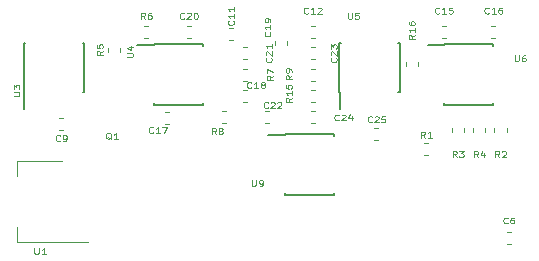
<source format=gto>
G04 #@! TF.GenerationSoftware,KiCad,Pcbnew,(5.0.0-rc2-178-g3c7b91b96)*
G04 #@! TF.CreationDate,2018-10-30T10:49:57+01:00*
G04 #@! TF.ProjectId,pcb4,706362342E6B696361645F7063620000,1*
G04 #@! TF.SameCoordinates,Original*
G04 #@! TF.FileFunction,Legend,Top*
G04 #@! TF.FilePolarity,Positive*
%FSLAX46Y46*%
G04 Gerber Fmt 4.6, Leading zero omitted, Abs format (unit mm)*
G04 Created by KiCad (PCBNEW (5.0.0-rc2-178-g3c7b91b96)) date 10/30/18 10:49:57*
%MOMM*%
%LPD*%
G01*
G04 APERTURE LIST*
%ADD10C,0.120000*%
%ADD11C,0.150000*%
%ADD12C,0.125000*%
G04 APERTURE END LIST*
D10*
G04 #@! TO.C,C25*
X96258733Y-92090000D02*
X96601267Y-92090000D01*
X96258733Y-91070000D02*
X96601267Y-91070000D01*
D11*
G04 #@! TO.C,U9*
X88655000Y-91655000D02*
X87255000Y-91655000D01*
X88655000Y-96755000D02*
X92805000Y-96755000D01*
X88655000Y-91605000D02*
X92805000Y-91605000D01*
X88655000Y-96755000D02*
X88655000Y-96610000D01*
X92805000Y-96755000D02*
X92805000Y-96610000D01*
X92805000Y-91605000D02*
X92805000Y-91750000D01*
X88655000Y-91605000D02*
X88655000Y-91655000D01*
D10*
G04 #@! TO.C,C12*
X91201267Y-82470000D02*
X90858733Y-82470000D01*
X91201267Y-83490000D02*
X90858733Y-83490000D01*
G04 #@! TO.C,C24*
X91201267Y-89670000D02*
X90858733Y-89670000D01*
X91201267Y-90690000D02*
X90858733Y-90690000D01*
G04 #@! TO.C,C23*
X91201267Y-84270000D02*
X90858733Y-84270000D01*
X91201267Y-85290000D02*
X90858733Y-85290000D01*
G04 #@! TO.C,C22*
X87301267Y-90690000D02*
X86958733Y-90690000D01*
X87301267Y-89670000D02*
X86958733Y-89670000D01*
G04 #@! TO.C,C21*
X85158733Y-85290000D02*
X85501267Y-85290000D01*
X85158733Y-84270000D02*
X85501267Y-84270000D01*
G04 #@! TO.C,C20*
X80701267Y-83490000D02*
X80358733Y-83490000D01*
X80701267Y-82470000D02*
X80358733Y-82470000D01*
G04 #@! TO.C,C19*
X88840000Y-84051267D02*
X88840000Y-83708733D01*
X87820000Y-84051267D02*
X87820000Y-83708733D01*
G04 #@! TO.C,C18*
X85501267Y-88890000D02*
X85158733Y-88890000D01*
X85501267Y-87870000D02*
X85158733Y-87870000D01*
G04 #@! TO.C,C17*
X78488733Y-90742000D02*
X78831267Y-90742000D01*
X78488733Y-89722000D02*
X78831267Y-89722000D01*
G04 #@! TO.C,C16*
X106158733Y-82470000D02*
X106501267Y-82470000D01*
X106158733Y-83490000D02*
X106501267Y-83490000D01*
G04 #@! TO.C,C11*
X83958733Y-82620000D02*
X84301267Y-82620000D01*
X83958733Y-83640000D02*
X84301267Y-83640000D01*
G04 #@! TO.C,C9*
X69901267Y-91290000D02*
X69558733Y-91290000D01*
X69901267Y-90270000D02*
X69558733Y-90270000D01*
G04 #@! TO.C,C6*
X107458733Y-100890000D02*
X107801267Y-100890000D01*
X107458733Y-99870000D02*
X107801267Y-99870000D01*
G04 #@! TO.C,C15*
X101958733Y-82470000D02*
X102301267Y-82470000D01*
X101958733Y-83490000D02*
X102301267Y-83490000D01*
D11*
G04 #@! TO.C,U6*
X102155000Y-84055000D02*
X100755000Y-84055000D01*
X102155000Y-89155000D02*
X106305000Y-89155000D01*
X102155000Y-84005000D02*
X106305000Y-84005000D01*
X102155000Y-89155000D02*
X102155000Y-89010000D01*
X106305000Y-89155000D02*
X106305000Y-89010000D01*
X106305000Y-84005000D02*
X106305000Y-84150000D01*
X102155000Y-84005000D02*
X102155000Y-84055000D01*
G04 #@! TO.C,U5*
X93255000Y-88055000D02*
X93305000Y-88055000D01*
X93255000Y-83905000D02*
X93400000Y-83905000D01*
X98405000Y-83905000D02*
X98260000Y-83905000D01*
X98405000Y-88055000D02*
X98260000Y-88055000D01*
X93255000Y-88055000D02*
X93255000Y-83905000D01*
X98405000Y-88055000D02*
X98405000Y-83905000D01*
X93305000Y-88055000D02*
X93305000Y-89455000D01*
G04 #@! TO.C,U4*
X77555000Y-84055000D02*
X76155000Y-84055000D01*
X77555000Y-89155000D02*
X81705000Y-89155000D01*
X77555000Y-84005000D02*
X81705000Y-84005000D01*
X77555000Y-89155000D02*
X77555000Y-89010000D01*
X81705000Y-89155000D02*
X81705000Y-89010000D01*
X81705000Y-84005000D02*
X81705000Y-84150000D01*
X77555000Y-84005000D02*
X77555000Y-84055000D01*
G04 #@! TO.C,U3*
X66555000Y-88055000D02*
X66605000Y-88055000D01*
X66555000Y-83905000D02*
X66700000Y-83905000D01*
X71705000Y-83905000D02*
X71560000Y-83905000D01*
X71705000Y-88055000D02*
X71560000Y-88055000D01*
X66555000Y-88055000D02*
X66555000Y-83905000D01*
X71705000Y-88055000D02*
X71705000Y-83905000D01*
X66605000Y-88055000D02*
X66605000Y-89455000D01*
D10*
G04 #@! TO.C,U1*
X66020000Y-93934000D02*
X66020000Y-95194000D01*
X66020000Y-100754000D02*
X66020000Y-99494000D01*
X69780000Y-93934000D02*
X66020000Y-93934000D01*
X72030000Y-100754000D02*
X66020000Y-100754000D01*
G04 #@! TO.C,R7*
X85158733Y-87090000D02*
X85501267Y-87090000D01*
X85158733Y-86070000D02*
X85501267Y-86070000D01*
G04 #@! TO.C,R16*
X98920000Y-85851267D02*
X98920000Y-85508733D01*
X99940000Y-85851267D02*
X99940000Y-85508733D01*
G04 #@! TO.C,R9*
X91201267Y-87090000D02*
X90858733Y-87090000D01*
X91201267Y-86070000D02*
X90858733Y-86070000D01*
G04 #@! TO.C,R1*
X100458733Y-93390000D02*
X100801267Y-93390000D01*
X100458733Y-92370000D02*
X100801267Y-92370000D01*
G04 #@! TO.C,R2*
X107440000Y-91058733D02*
X107440000Y-91401267D01*
X106420000Y-91058733D02*
X106420000Y-91401267D01*
G04 #@! TO.C,R3*
X102820000Y-91058733D02*
X102820000Y-91401267D01*
X103840000Y-91058733D02*
X103840000Y-91401267D01*
G04 #@! TO.C,R4*
X105640000Y-91058733D02*
X105640000Y-91401267D01*
X104620000Y-91058733D02*
X104620000Y-91401267D01*
G04 #@! TO.C,R5*
X74740000Y-84651267D02*
X74740000Y-84308733D01*
X73720000Y-84651267D02*
X73720000Y-84308733D01*
G04 #@! TO.C,R8*
X83723267Y-89670000D02*
X83380733Y-89670000D01*
X83723267Y-90690000D02*
X83380733Y-90690000D01*
G04 #@! TO.C,R15*
X91201267Y-88890000D02*
X90858733Y-88890000D01*
X91201267Y-87870000D02*
X90858733Y-87870000D01*
G04 #@! TO.C,R6*
X77101267Y-83490000D02*
X76758733Y-83490000D01*
X77101267Y-82470000D02*
X76758733Y-82470000D01*
G04 #@! TO.C,C25*
D12*
X96044285Y-90558571D02*
X96015714Y-90582380D01*
X95930000Y-90606190D01*
X95872857Y-90606190D01*
X95787142Y-90582380D01*
X95730000Y-90534761D01*
X95701428Y-90487142D01*
X95672857Y-90391904D01*
X95672857Y-90320476D01*
X95701428Y-90225238D01*
X95730000Y-90177619D01*
X95787142Y-90130000D01*
X95872857Y-90106190D01*
X95930000Y-90106190D01*
X96015714Y-90130000D01*
X96044285Y-90153809D01*
X96272857Y-90153809D02*
X96301428Y-90130000D01*
X96358571Y-90106190D01*
X96501428Y-90106190D01*
X96558571Y-90130000D01*
X96587142Y-90153809D01*
X96615714Y-90201428D01*
X96615714Y-90249047D01*
X96587142Y-90320476D01*
X96244285Y-90606190D01*
X96615714Y-90606190D01*
X97158571Y-90106190D02*
X96872857Y-90106190D01*
X96844285Y-90344285D01*
X96872857Y-90320476D01*
X96930000Y-90296666D01*
X97072857Y-90296666D01*
X97130000Y-90320476D01*
X97158571Y-90344285D01*
X97187142Y-90391904D01*
X97187142Y-90510952D01*
X97158571Y-90558571D01*
X97130000Y-90582380D01*
X97072857Y-90606190D01*
X96930000Y-90606190D01*
X96872857Y-90582380D01*
X96844285Y-90558571D01*
G04 #@! TO.C,U9*
X85872857Y-95506190D02*
X85872857Y-95910952D01*
X85901428Y-95958571D01*
X85930000Y-95982380D01*
X85987142Y-96006190D01*
X86101428Y-96006190D01*
X86158571Y-95982380D01*
X86187142Y-95958571D01*
X86215714Y-95910952D01*
X86215714Y-95506190D01*
X86530000Y-96006190D02*
X86644285Y-96006190D01*
X86701428Y-95982380D01*
X86730000Y-95958571D01*
X86787142Y-95887142D01*
X86815714Y-95791904D01*
X86815714Y-95601428D01*
X86787142Y-95553809D01*
X86758571Y-95530000D01*
X86701428Y-95506190D01*
X86587142Y-95506190D01*
X86530000Y-95530000D01*
X86501428Y-95553809D01*
X86472857Y-95601428D01*
X86472857Y-95720476D01*
X86501428Y-95768095D01*
X86530000Y-95791904D01*
X86587142Y-95815714D01*
X86701428Y-95815714D01*
X86758571Y-95791904D01*
X86787142Y-95768095D01*
X86815714Y-95720476D01*
G04 #@! TO.C,C12*
X90644285Y-81358571D02*
X90615714Y-81382380D01*
X90530000Y-81406190D01*
X90472857Y-81406190D01*
X90387142Y-81382380D01*
X90330000Y-81334761D01*
X90301428Y-81287142D01*
X90272857Y-81191904D01*
X90272857Y-81120476D01*
X90301428Y-81025238D01*
X90330000Y-80977619D01*
X90387142Y-80930000D01*
X90472857Y-80906190D01*
X90530000Y-80906190D01*
X90615714Y-80930000D01*
X90644285Y-80953809D01*
X91215714Y-81406190D02*
X90872857Y-81406190D01*
X91044285Y-81406190D02*
X91044285Y-80906190D01*
X90987142Y-80977619D01*
X90930000Y-81025238D01*
X90872857Y-81049047D01*
X91444285Y-80953809D02*
X91472857Y-80930000D01*
X91530000Y-80906190D01*
X91672857Y-80906190D01*
X91730000Y-80930000D01*
X91758571Y-80953809D01*
X91787142Y-81001428D01*
X91787142Y-81049047D01*
X91758571Y-81120476D01*
X91415714Y-81406190D01*
X91787142Y-81406190D01*
G04 #@! TO.C,C24*
X93244285Y-90408571D02*
X93215714Y-90432380D01*
X93130000Y-90456190D01*
X93072857Y-90456190D01*
X92987142Y-90432380D01*
X92930000Y-90384761D01*
X92901428Y-90337142D01*
X92872857Y-90241904D01*
X92872857Y-90170476D01*
X92901428Y-90075238D01*
X92930000Y-90027619D01*
X92987142Y-89980000D01*
X93072857Y-89956190D01*
X93130000Y-89956190D01*
X93215714Y-89980000D01*
X93244285Y-90003809D01*
X93472857Y-90003809D02*
X93501428Y-89980000D01*
X93558571Y-89956190D01*
X93701428Y-89956190D01*
X93758571Y-89980000D01*
X93787142Y-90003809D01*
X93815714Y-90051428D01*
X93815714Y-90099047D01*
X93787142Y-90170476D01*
X93444285Y-90456190D01*
X93815714Y-90456190D01*
X94330000Y-90122857D02*
X94330000Y-90456190D01*
X94187142Y-89932380D02*
X94044285Y-90289523D01*
X94415714Y-90289523D01*
G04 #@! TO.C,C23*
X93008571Y-85165714D02*
X93032380Y-85194285D01*
X93056190Y-85280000D01*
X93056190Y-85337142D01*
X93032380Y-85422857D01*
X92984761Y-85480000D01*
X92937142Y-85508571D01*
X92841904Y-85537142D01*
X92770476Y-85537142D01*
X92675238Y-85508571D01*
X92627619Y-85480000D01*
X92580000Y-85422857D01*
X92556190Y-85337142D01*
X92556190Y-85280000D01*
X92580000Y-85194285D01*
X92603809Y-85165714D01*
X92603809Y-84937142D02*
X92580000Y-84908571D01*
X92556190Y-84851428D01*
X92556190Y-84708571D01*
X92580000Y-84651428D01*
X92603809Y-84622857D01*
X92651428Y-84594285D01*
X92699047Y-84594285D01*
X92770476Y-84622857D01*
X93056190Y-84965714D01*
X93056190Y-84594285D01*
X92556190Y-84394285D02*
X92556190Y-84022857D01*
X92746666Y-84222857D01*
X92746666Y-84137142D01*
X92770476Y-84080000D01*
X92794285Y-84051428D01*
X92841904Y-84022857D01*
X92960952Y-84022857D01*
X93008571Y-84051428D01*
X93032380Y-84080000D01*
X93056190Y-84137142D01*
X93056190Y-84308571D01*
X93032380Y-84365714D01*
X93008571Y-84394285D01*
G04 #@! TO.C,C22*
X87244285Y-89358571D02*
X87215714Y-89382380D01*
X87130000Y-89406190D01*
X87072857Y-89406190D01*
X86987142Y-89382380D01*
X86930000Y-89334761D01*
X86901428Y-89287142D01*
X86872857Y-89191904D01*
X86872857Y-89120476D01*
X86901428Y-89025238D01*
X86930000Y-88977619D01*
X86987142Y-88930000D01*
X87072857Y-88906190D01*
X87130000Y-88906190D01*
X87215714Y-88930000D01*
X87244285Y-88953809D01*
X87472857Y-88953809D02*
X87501428Y-88930000D01*
X87558571Y-88906190D01*
X87701428Y-88906190D01*
X87758571Y-88930000D01*
X87787142Y-88953809D01*
X87815714Y-89001428D01*
X87815714Y-89049047D01*
X87787142Y-89120476D01*
X87444285Y-89406190D01*
X87815714Y-89406190D01*
X88044285Y-88953809D02*
X88072857Y-88930000D01*
X88130000Y-88906190D01*
X88272857Y-88906190D01*
X88330000Y-88930000D01*
X88358571Y-88953809D01*
X88387142Y-89001428D01*
X88387142Y-89049047D01*
X88358571Y-89120476D01*
X88015714Y-89406190D01*
X88387142Y-89406190D01*
G04 #@! TO.C,C21*
X87508571Y-85165714D02*
X87532380Y-85194285D01*
X87556190Y-85280000D01*
X87556190Y-85337142D01*
X87532380Y-85422857D01*
X87484761Y-85480000D01*
X87437142Y-85508571D01*
X87341904Y-85537142D01*
X87270476Y-85537142D01*
X87175238Y-85508571D01*
X87127619Y-85480000D01*
X87080000Y-85422857D01*
X87056190Y-85337142D01*
X87056190Y-85280000D01*
X87080000Y-85194285D01*
X87103809Y-85165714D01*
X87103809Y-84937142D02*
X87080000Y-84908571D01*
X87056190Y-84851428D01*
X87056190Y-84708571D01*
X87080000Y-84651428D01*
X87103809Y-84622857D01*
X87151428Y-84594285D01*
X87199047Y-84594285D01*
X87270476Y-84622857D01*
X87556190Y-84965714D01*
X87556190Y-84594285D01*
X87556190Y-84022857D02*
X87556190Y-84365714D01*
X87556190Y-84194285D02*
X87056190Y-84194285D01*
X87127619Y-84251428D01*
X87175238Y-84308571D01*
X87199047Y-84365714D01*
G04 #@! TO.C,C20*
X80144285Y-81808571D02*
X80115714Y-81832380D01*
X80030000Y-81856190D01*
X79972857Y-81856190D01*
X79887142Y-81832380D01*
X79830000Y-81784761D01*
X79801428Y-81737142D01*
X79772857Y-81641904D01*
X79772857Y-81570476D01*
X79801428Y-81475238D01*
X79830000Y-81427619D01*
X79887142Y-81380000D01*
X79972857Y-81356190D01*
X80030000Y-81356190D01*
X80115714Y-81380000D01*
X80144285Y-81403809D01*
X80372857Y-81403809D02*
X80401428Y-81380000D01*
X80458571Y-81356190D01*
X80601428Y-81356190D01*
X80658571Y-81380000D01*
X80687142Y-81403809D01*
X80715714Y-81451428D01*
X80715714Y-81499047D01*
X80687142Y-81570476D01*
X80344285Y-81856190D01*
X80715714Y-81856190D01*
X81087142Y-81356190D02*
X81144285Y-81356190D01*
X81201428Y-81380000D01*
X81230000Y-81403809D01*
X81258571Y-81451428D01*
X81287142Y-81546666D01*
X81287142Y-81665714D01*
X81258571Y-81760952D01*
X81230000Y-81808571D01*
X81201428Y-81832380D01*
X81144285Y-81856190D01*
X81087142Y-81856190D01*
X81030000Y-81832380D01*
X81001428Y-81808571D01*
X80972857Y-81760952D01*
X80944285Y-81665714D01*
X80944285Y-81546666D01*
X80972857Y-81451428D01*
X81001428Y-81403809D01*
X81030000Y-81380000D01*
X81087142Y-81356190D01*
G04 #@! TO.C,C19*
X87408571Y-82965714D02*
X87432380Y-82994285D01*
X87456190Y-83080000D01*
X87456190Y-83137142D01*
X87432380Y-83222857D01*
X87384761Y-83280000D01*
X87337142Y-83308571D01*
X87241904Y-83337142D01*
X87170476Y-83337142D01*
X87075238Y-83308571D01*
X87027619Y-83280000D01*
X86980000Y-83222857D01*
X86956190Y-83137142D01*
X86956190Y-83080000D01*
X86980000Y-82994285D01*
X87003809Y-82965714D01*
X87456190Y-82394285D02*
X87456190Y-82737142D01*
X87456190Y-82565714D02*
X86956190Y-82565714D01*
X87027619Y-82622857D01*
X87075238Y-82680000D01*
X87099047Y-82737142D01*
X87456190Y-82108571D02*
X87456190Y-81994285D01*
X87432380Y-81937142D01*
X87408571Y-81908571D01*
X87337142Y-81851428D01*
X87241904Y-81822857D01*
X87051428Y-81822857D01*
X87003809Y-81851428D01*
X86980000Y-81880000D01*
X86956190Y-81937142D01*
X86956190Y-82051428D01*
X86980000Y-82108571D01*
X87003809Y-82137142D01*
X87051428Y-82165714D01*
X87170476Y-82165714D01*
X87218095Y-82137142D01*
X87241904Y-82108571D01*
X87265714Y-82051428D01*
X87265714Y-81937142D01*
X87241904Y-81880000D01*
X87218095Y-81851428D01*
X87170476Y-81822857D01*
G04 #@! TO.C,C18*
X85844285Y-87658571D02*
X85815714Y-87682380D01*
X85730000Y-87706190D01*
X85672857Y-87706190D01*
X85587142Y-87682380D01*
X85530000Y-87634761D01*
X85501428Y-87587142D01*
X85472857Y-87491904D01*
X85472857Y-87420476D01*
X85501428Y-87325238D01*
X85530000Y-87277619D01*
X85587142Y-87230000D01*
X85672857Y-87206190D01*
X85730000Y-87206190D01*
X85815714Y-87230000D01*
X85844285Y-87253809D01*
X86415714Y-87706190D02*
X86072857Y-87706190D01*
X86244285Y-87706190D02*
X86244285Y-87206190D01*
X86187142Y-87277619D01*
X86130000Y-87325238D01*
X86072857Y-87349047D01*
X86758571Y-87420476D02*
X86701428Y-87396666D01*
X86672857Y-87372857D01*
X86644285Y-87325238D01*
X86644285Y-87301428D01*
X86672857Y-87253809D01*
X86701428Y-87230000D01*
X86758571Y-87206190D01*
X86872857Y-87206190D01*
X86930000Y-87230000D01*
X86958571Y-87253809D01*
X86987142Y-87301428D01*
X86987142Y-87325238D01*
X86958571Y-87372857D01*
X86930000Y-87396666D01*
X86872857Y-87420476D01*
X86758571Y-87420476D01*
X86701428Y-87444285D01*
X86672857Y-87468095D01*
X86644285Y-87515714D01*
X86644285Y-87610952D01*
X86672857Y-87658571D01*
X86701428Y-87682380D01*
X86758571Y-87706190D01*
X86872857Y-87706190D01*
X86930000Y-87682380D01*
X86958571Y-87658571D01*
X86987142Y-87610952D01*
X86987142Y-87515714D01*
X86958571Y-87468095D01*
X86930000Y-87444285D01*
X86872857Y-87420476D01*
G04 #@! TO.C,C17*
X77524285Y-91460571D02*
X77495714Y-91484380D01*
X77410000Y-91508190D01*
X77352857Y-91508190D01*
X77267142Y-91484380D01*
X77210000Y-91436761D01*
X77181428Y-91389142D01*
X77152857Y-91293904D01*
X77152857Y-91222476D01*
X77181428Y-91127238D01*
X77210000Y-91079619D01*
X77267142Y-91032000D01*
X77352857Y-91008190D01*
X77410000Y-91008190D01*
X77495714Y-91032000D01*
X77524285Y-91055809D01*
X78095714Y-91508190D02*
X77752857Y-91508190D01*
X77924285Y-91508190D02*
X77924285Y-91008190D01*
X77867142Y-91079619D01*
X77810000Y-91127238D01*
X77752857Y-91151047D01*
X78295714Y-91008190D02*
X78695714Y-91008190D01*
X78438571Y-91508190D01*
G04 #@! TO.C,C16*
X105944285Y-81358571D02*
X105915714Y-81382380D01*
X105830000Y-81406190D01*
X105772857Y-81406190D01*
X105687142Y-81382380D01*
X105630000Y-81334761D01*
X105601428Y-81287142D01*
X105572857Y-81191904D01*
X105572857Y-81120476D01*
X105601428Y-81025238D01*
X105630000Y-80977619D01*
X105687142Y-80930000D01*
X105772857Y-80906190D01*
X105830000Y-80906190D01*
X105915714Y-80930000D01*
X105944285Y-80953809D01*
X106515714Y-81406190D02*
X106172857Y-81406190D01*
X106344285Y-81406190D02*
X106344285Y-80906190D01*
X106287142Y-80977619D01*
X106230000Y-81025238D01*
X106172857Y-81049047D01*
X107030000Y-80906190D02*
X106915714Y-80906190D01*
X106858571Y-80930000D01*
X106830000Y-80953809D01*
X106772857Y-81025238D01*
X106744285Y-81120476D01*
X106744285Y-81310952D01*
X106772857Y-81358571D01*
X106801428Y-81382380D01*
X106858571Y-81406190D01*
X106972857Y-81406190D01*
X107030000Y-81382380D01*
X107058571Y-81358571D01*
X107087142Y-81310952D01*
X107087142Y-81191904D01*
X107058571Y-81144285D01*
X107030000Y-81120476D01*
X106972857Y-81096666D01*
X106858571Y-81096666D01*
X106801428Y-81120476D01*
X106772857Y-81144285D01*
X106744285Y-81191904D01*
G04 #@! TO.C,C11*
X84308571Y-82015714D02*
X84332380Y-82044285D01*
X84356190Y-82130000D01*
X84356190Y-82187142D01*
X84332380Y-82272857D01*
X84284761Y-82330000D01*
X84237142Y-82358571D01*
X84141904Y-82387142D01*
X84070476Y-82387142D01*
X83975238Y-82358571D01*
X83927619Y-82330000D01*
X83880000Y-82272857D01*
X83856190Y-82187142D01*
X83856190Y-82130000D01*
X83880000Y-82044285D01*
X83903809Y-82015714D01*
X84356190Y-81444285D02*
X84356190Y-81787142D01*
X84356190Y-81615714D02*
X83856190Y-81615714D01*
X83927619Y-81672857D01*
X83975238Y-81730000D01*
X83999047Y-81787142D01*
X84356190Y-80872857D02*
X84356190Y-81215714D01*
X84356190Y-81044285D02*
X83856190Y-81044285D01*
X83927619Y-81101428D01*
X83975238Y-81158571D01*
X83999047Y-81215714D01*
G04 #@! TO.C,C9*
X69630000Y-92158571D02*
X69601428Y-92182380D01*
X69515714Y-92206190D01*
X69458571Y-92206190D01*
X69372857Y-92182380D01*
X69315714Y-92134761D01*
X69287142Y-92087142D01*
X69258571Y-91991904D01*
X69258571Y-91920476D01*
X69287142Y-91825238D01*
X69315714Y-91777619D01*
X69372857Y-91730000D01*
X69458571Y-91706190D01*
X69515714Y-91706190D01*
X69601428Y-91730000D01*
X69630000Y-91753809D01*
X69915714Y-92206190D02*
X70030000Y-92206190D01*
X70087142Y-92182380D01*
X70115714Y-92158571D01*
X70172857Y-92087142D01*
X70201428Y-91991904D01*
X70201428Y-91801428D01*
X70172857Y-91753809D01*
X70144285Y-91730000D01*
X70087142Y-91706190D01*
X69972857Y-91706190D01*
X69915714Y-91730000D01*
X69887142Y-91753809D01*
X69858571Y-91801428D01*
X69858571Y-91920476D01*
X69887142Y-91968095D01*
X69915714Y-91991904D01*
X69972857Y-92015714D01*
X70087142Y-92015714D01*
X70144285Y-91991904D01*
X70172857Y-91968095D01*
X70201428Y-91920476D01*
G04 #@! TO.C,C6*
X107530000Y-99128571D02*
X107501428Y-99152380D01*
X107415714Y-99176190D01*
X107358571Y-99176190D01*
X107272857Y-99152380D01*
X107215714Y-99104761D01*
X107187142Y-99057142D01*
X107158571Y-98961904D01*
X107158571Y-98890476D01*
X107187142Y-98795238D01*
X107215714Y-98747619D01*
X107272857Y-98700000D01*
X107358571Y-98676190D01*
X107415714Y-98676190D01*
X107501428Y-98700000D01*
X107530000Y-98723809D01*
X108044285Y-98676190D02*
X107930000Y-98676190D01*
X107872857Y-98700000D01*
X107844285Y-98723809D01*
X107787142Y-98795238D01*
X107758571Y-98890476D01*
X107758571Y-99080952D01*
X107787142Y-99128571D01*
X107815714Y-99152380D01*
X107872857Y-99176190D01*
X107987142Y-99176190D01*
X108044285Y-99152380D01*
X108072857Y-99128571D01*
X108101428Y-99080952D01*
X108101428Y-98961904D01*
X108072857Y-98914285D01*
X108044285Y-98890476D01*
X107987142Y-98866666D01*
X107872857Y-98866666D01*
X107815714Y-98890476D01*
X107787142Y-98914285D01*
X107758571Y-98961904D01*
G04 #@! TO.C,C15*
X101744285Y-81358571D02*
X101715714Y-81382380D01*
X101630000Y-81406190D01*
X101572857Y-81406190D01*
X101487142Y-81382380D01*
X101430000Y-81334761D01*
X101401428Y-81287142D01*
X101372857Y-81191904D01*
X101372857Y-81120476D01*
X101401428Y-81025238D01*
X101430000Y-80977619D01*
X101487142Y-80930000D01*
X101572857Y-80906190D01*
X101630000Y-80906190D01*
X101715714Y-80930000D01*
X101744285Y-80953809D01*
X102315714Y-81406190D02*
X101972857Y-81406190D01*
X102144285Y-81406190D02*
X102144285Y-80906190D01*
X102087142Y-80977619D01*
X102030000Y-81025238D01*
X101972857Y-81049047D01*
X102858571Y-80906190D02*
X102572857Y-80906190D01*
X102544285Y-81144285D01*
X102572857Y-81120476D01*
X102630000Y-81096666D01*
X102772857Y-81096666D01*
X102830000Y-81120476D01*
X102858571Y-81144285D01*
X102887142Y-81191904D01*
X102887142Y-81310952D01*
X102858571Y-81358571D01*
X102830000Y-81382380D01*
X102772857Y-81406190D01*
X102630000Y-81406190D01*
X102572857Y-81382380D01*
X102544285Y-81358571D01*
G04 #@! TO.C,Q1*
X73972857Y-92053809D02*
X73915714Y-92030000D01*
X73858571Y-91982380D01*
X73772857Y-91910952D01*
X73715714Y-91887142D01*
X73658571Y-91887142D01*
X73687142Y-92006190D02*
X73630000Y-91982380D01*
X73572857Y-91934761D01*
X73544285Y-91839523D01*
X73544285Y-91672857D01*
X73572857Y-91577619D01*
X73630000Y-91530000D01*
X73687142Y-91506190D01*
X73801428Y-91506190D01*
X73858571Y-91530000D01*
X73915714Y-91577619D01*
X73944285Y-91672857D01*
X73944285Y-91839523D01*
X73915714Y-91934761D01*
X73858571Y-91982380D01*
X73801428Y-92006190D01*
X73687142Y-92006190D01*
X74515714Y-92006190D02*
X74172857Y-92006190D01*
X74344285Y-92006190D02*
X74344285Y-91506190D01*
X74287142Y-91577619D01*
X74230000Y-91625238D01*
X74172857Y-91649047D01*
G04 #@! TO.C,U6*
X108122857Y-84956190D02*
X108122857Y-85360952D01*
X108151428Y-85408571D01*
X108180000Y-85432380D01*
X108237142Y-85456190D01*
X108351428Y-85456190D01*
X108408571Y-85432380D01*
X108437142Y-85408571D01*
X108465714Y-85360952D01*
X108465714Y-84956190D01*
X109008571Y-84956190D02*
X108894285Y-84956190D01*
X108837142Y-84980000D01*
X108808571Y-85003809D01*
X108751428Y-85075238D01*
X108722857Y-85170476D01*
X108722857Y-85360952D01*
X108751428Y-85408571D01*
X108780000Y-85432380D01*
X108837142Y-85456190D01*
X108951428Y-85456190D01*
X109008571Y-85432380D01*
X109037142Y-85408571D01*
X109065714Y-85360952D01*
X109065714Y-85241904D01*
X109037142Y-85194285D01*
X109008571Y-85170476D01*
X108951428Y-85146666D01*
X108837142Y-85146666D01*
X108780000Y-85170476D01*
X108751428Y-85194285D01*
X108722857Y-85241904D01*
G04 #@! TO.C,U5*
X94022857Y-81356190D02*
X94022857Y-81760952D01*
X94051428Y-81808571D01*
X94080000Y-81832380D01*
X94137142Y-81856190D01*
X94251428Y-81856190D01*
X94308571Y-81832380D01*
X94337142Y-81808571D01*
X94365714Y-81760952D01*
X94365714Y-81356190D01*
X94937142Y-81356190D02*
X94651428Y-81356190D01*
X94622857Y-81594285D01*
X94651428Y-81570476D01*
X94708571Y-81546666D01*
X94851428Y-81546666D01*
X94908571Y-81570476D01*
X94937142Y-81594285D01*
X94965714Y-81641904D01*
X94965714Y-81760952D01*
X94937142Y-81808571D01*
X94908571Y-81832380D01*
X94851428Y-81856190D01*
X94708571Y-81856190D01*
X94651428Y-81832380D01*
X94622857Y-81808571D01*
G04 #@! TO.C,U4*
X75306190Y-85087142D02*
X75710952Y-85087142D01*
X75758571Y-85058571D01*
X75782380Y-85030000D01*
X75806190Y-84972857D01*
X75806190Y-84858571D01*
X75782380Y-84801428D01*
X75758571Y-84772857D01*
X75710952Y-84744285D01*
X75306190Y-84744285D01*
X75472857Y-84201428D02*
X75806190Y-84201428D01*
X75282380Y-84344285D02*
X75639523Y-84487142D01*
X75639523Y-84115714D01*
G04 #@! TO.C,U3*
X65706190Y-88387142D02*
X66110952Y-88387142D01*
X66158571Y-88358571D01*
X66182380Y-88330000D01*
X66206190Y-88272857D01*
X66206190Y-88158571D01*
X66182380Y-88101428D01*
X66158571Y-88072857D01*
X66110952Y-88044285D01*
X65706190Y-88044285D01*
X65706190Y-87815714D02*
X65706190Y-87444285D01*
X65896666Y-87644285D01*
X65896666Y-87558571D01*
X65920476Y-87501428D01*
X65944285Y-87472857D01*
X65991904Y-87444285D01*
X66110952Y-87444285D01*
X66158571Y-87472857D01*
X66182380Y-87501428D01*
X66206190Y-87558571D01*
X66206190Y-87730000D01*
X66182380Y-87787142D01*
X66158571Y-87815714D01*
G04 #@! TO.C,U1*
X67472857Y-101270190D02*
X67472857Y-101674952D01*
X67501428Y-101722571D01*
X67530000Y-101746380D01*
X67587142Y-101770190D01*
X67701428Y-101770190D01*
X67758571Y-101746380D01*
X67787142Y-101722571D01*
X67815714Y-101674952D01*
X67815714Y-101270190D01*
X68415714Y-101770190D02*
X68072857Y-101770190D01*
X68244285Y-101770190D02*
X68244285Y-101270190D01*
X68187142Y-101341619D01*
X68130000Y-101389238D01*
X68072857Y-101413047D01*
G04 #@! TO.C,R7*
X87656190Y-86680000D02*
X87418095Y-86880000D01*
X87656190Y-87022857D02*
X87156190Y-87022857D01*
X87156190Y-86794285D01*
X87180000Y-86737142D01*
X87203809Y-86708571D01*
X87251428Y-86680000D01*
X87322857Y-86680000D01*
X87370476Y-86708571D01*
X87394285Y-86737142D01*
X87418095Y-86794285D01*
X87418095Y-87022857D01*
X87156190Y-86480000D02*
X87156190Y-86080000D01*
X87656190Y-86337142D01*
G04 #@! TO.C,R16*
X99656190Y-83215714D02*
X99418095Y-83415714D01*
X99656190Y-83558571D02*
X99156190Y-83558571D01*
X99156190Y-83330000D01*
X99180000Y-83272857D01*
X99203809Y-83244285D01*
X99251428Y-83215714D01*
X99322857Y-83215714D01*
X99370476Y-83244285D01*
X99394285Y-83272857D01*
X99418095Y-83330000D01*
X99418095Y-83558571D01*
X99656190Y-82644285D02*
X99656190Y-82987142D01*
X99656190Y-82815714D02*
X99156190Y-82815714D01*
X99227619Y-82872857D01*
X99275238Y-82930000D01*
X99299047Y-82987142D01*
X99156190Y-82130000D02*
X99156190Y-82244285D01*
X99180000Y-82301428D01*
X99203809Y-82330000D01*
X99275238Y-82387142D01*
X99370476Y-82415714D01*
X99560952Y-82415714D01*
X99608571Y-82387142D01*
X99632380Y-82358571D01*
X99656190Y-82301428D01*
X99656190Y-82187142D01*
X99632380Y-82130000D01*
X99608571Y-82101428D01*
X99560952Y-82072857D01*
X99441904Y-82072857D01*
X99394285Y-82101428D01*
X99370476Y-82130000D01*
X99346666Y-82187142D01*
X99346666Y-82301428D01*
X99370476Y-82358571D01*
X99394285Y-82387142D01*
X99441904Y-82415714D01*
G04 #@! TO.C,R9*
X89256190Y-86630000D02*
X89018095Y-86830000D01*
X89256190Y-86972857D02*
X88756190Y-86972857D01*
X88756190Y-86744285D01*
X88780000Y-86687142D01*
X88803809Y-86658571D01*
X88851428Y-86630000D01*
X88922857Y-86630000D01*
X88970476Y-86658571D01*
X88994285Y-86687142D01*
X89018095Y-86744285D01*
X89018095Y-86972857D01*
X89256190Y-86344285D02*
X89256190Y-86230000D01*
X89232380Y-86172857D01*
X89208571Y-86144285D01*
X89137142Y-86087142D01*
X89041904Y-86058571D01*
X88851428Y-86058571D01*
X88803809Y-86087142D01*
X88780000Y-86115714D01*
X88756190Y-86172857D01*
X88756190Y-86287142D01*
X88780000Y-86344285D01*
X88803809Y-86372857D01*
X88851428Y-86401428D01*
X88970476Y-86401428D01*
X89018095Y-86372857D01*
X89041904Y-86344285D01*
X89065714Y-86287142D01*
X89065714Y-86172857D01*
X89041904Y-86115714D01*
X89018095Y-86087142D01*
X88970476Y-86058571D01*
G04 #@! TO.C,R1*
X100530000Y-91906190D02*
X100330000Y-91668095D01*
X100187142Y-91906190D02*
X100187142Y-91406190D01*
X100415714Y-91406190D01*
X100472857Y-91430000D01*
X100501428Y-91453809D01*
X100530000Y-91501428D01*
X100530000Y-91572857D01*
X100501428Y-91620476D01*
X100472857Y-91644285D01*
X100415714Y-91668095D01*
X100187142Y-91668095D01*
X101101428Y-91906190D02*
X100758571Y-91906190D01*
X100930000Y-91906190D02*
X100930000Y-91406190D01*
X100872857Y-91477619D01*
X100815714Y-91525238D01*
X100758571Y-91549047D01*
G04 #@! TO.C,R2*
X106830000Y-93556190D02*
X106630000Y-93318095D01*
X106487142Y-93556190D02*
X106487142Y-93056190D01*
X106715714Y-93056190D01*
X106772857Y-93080000D01*
X106801428Y-93103809D01*
X106830000Y-93151428D01*
X106830000Y-93222857D01*
X106801428Y-93270476D01*
X106772857Y-93294285D01*
X106715714Y-93318095D01*
X106487142Y-93318095D01*
X107058571Y-93103809D02*
X107087142Y-93080000D01*
X107144285Y-93056190D01*
X107287142Y-93056190D01*
X107344285Y-93080000D01*
X107372857Y-93103809D01*
X107401428Y-93151428D01*
X107401428Y-93199047D01*
X107372857Y-93270476D01*
X107030000Y-93556190D01*
X107401428Y-93556190D01*
G04 #@! TO.C,R3*
X103230000Y-93556190D02*
X103030000Y-93318095D01*
X102887142Y-93556190D02*
X102887142Y-93056190D01*
X103115714Y-93056190D01*
X103172857Y-93080000D01*
X103201428Y-93103809D01*
X103230000Y-93151428D01*
X103230000Y-93222857D01*
X103201428Y-93270476D01*
X103172857Y-93294285D01*
X103115714Y-93318095D01*
X102887142Y-93318095D01*
X103430000Y-93056190D02*
X103801428Y-93056190D01*
X103601428Y-93246666D01*
X103687142Y-93246666D01*
X103744285Y-93270476D01*
X103772857Y-93294285D01*
X103801428Y-93341904D01*
X103801428Y-93460952D01*
X103772857Y-93508571D01*
X103744285Y-93532380D01*
X103687142Y-93556190D01*
X103515714Y-93556190D01*
X103458571Y-93532380D01*
X103430000Y-93508571D01*
G04 #@! TO.C,R4*
X105030000Y-93556190D02*
X104830000Y-93318095D01*
X104687142Y-93556190D02*
X104687142Y-93056190D01*
X104915714Y-93056190D01*
X104972857Y-93080000D01*
X105001428Y-93103809D01*
X105030000Y-93151428D01*
X105030000Y-93222857D01*
X105001428Y-93270476D01*
X104972857Y-93294285D01*
X104915714Y-93318095D01*
X104687142Y-93318095D01*
X105544285Y-93222857D02*
X105544285Y-93556190D01*
X105401428Y-93032380D02*
X105258571Y-93389523D01*
X105630000Y-93389523D01*
G04 #@! TO.C,R5*
X73256190Y-84580000D02*
X73018095Y-84780000D01*
X73256190Y-84922857D02*
X72756190Y-84922857D01*
X72756190Y-84694285D01*
X72780000Y-84637142D01*
X72803809Y-84608571D01*
X72851428Y-84580000D01*
X72922857Y-84580000D01*
X72970476Y-84608571D01*
X72994285Y-84637142D01*
X73018095Y-84694285D01*
X73018095Y-84922857D01*
X72756190Y-84037142D02*
X72756190Y-84322857D01*
X72994285Y-84351428D01*
X72970476Y-84322857D01*
X72946666Y-84265714D01*
X72946666Y-84122857D01*
X72970476Y-84065714D01*
X72994285Y-84037142D01*
X73041904Y-84008571D01*
X73160952Y-84008571D01*
X73208571Y-84037142D01*
X73232380Y-84065714D01*
X73256190Y-84122857D01*
X73256190Y-84265714D01*
X73232380Y-84322857D01*
X73208571Y-84351428D01*
G04 #@! TO.C,R8*
X82840000Y-91596190D02*
X82640000Y-91358095D01*
X82497142Y-91596190D02*
X82497142Y-91096190D01*
X82725714Y-91096190D01*
X82782857Y-91120000D01*
X82811428Y-91143809D01*
X82840000Y-91191428D01*
X82840000Y-91262857D01*
X82811428Y-91310476D01*
X82782857Y-91334285D01*
X82725714Y-91358095D01*
X82497142Y-91358095D01*
X83182857Y-91310476D02*
X83125714Y-91286666D01*
X83097142Y-91262857D01*
X83068571Y-91215238D01*
X83068571Y-91191428D01*
X83097142Y-91143809D01*
X83125714Y-91120000D01*
X83182857Y-91096190D01*
X83297142Y-91096190D01*
X83354285Y-91120000D01*
X83382857Y-91143809D01*
X83411428Y-91191428D01*
X83411428Y-91215238D01*
X83382857Y-91262857D01*
X83354285Y-91286666D01*
X83297142Y-91310476D01*
X83182857Y-91310476D01*
X83125714Y-91334285D01*
X83097142Y-91358095D01*
X83068571Y-91405714D01*
X83068571Y-91500952D01*
X83097142Y-91548571D01*
X83125714Y-91572380D01*
X83182857Y-91596190D01*
X83297142Y-91596190D01*
X83354285Y-91572380D01*
X83382857Y-91548571D01*
X83411428Y-91500952D01*
X83411428Y-91405714D01*
X83382857Y-91358095D01*
X83354285Y-91334285D01*
X83297142Y-91310476D01*
G04 #@! TO.C,R15*
X89256190Y-88565714D02*
X89018095Y-88765714D01*
X89256190Y-88908571D02*
X88756190Y-88908571D01*
X88756190Y-88680000D01*
X88780000Y-88622857D01*
X88803809Y-88594285D01*
X88851428Y-88565714D01*
X88922857Y-88565714D01*
X88970476Y-88594285D01*
X88994285Y-88622857D01*
X89018095Y-88680000D01*
X89018095Y-88908571D01*
X89256190Y-87994285D02*
X89256190Y-88337142D01*
X89256190Y-88165714D02*
X88756190Y-88165714D01*
X88827619Y-88222857D01*
X88875238Y-88280000D01*
X88899047Y-88337142D01*
X88756190Y-87451428D02*
X88756190Y-87737142D01*
X88994285Y-87765714D01*
X88970476Y-87737142D01*
X88946666Y-87680000D01*
X88946666Y-87537142D01*
X88970476Y-87480000D01*
X88994285Y-87451428D01*
X89041904Y-87422857D01*
X89160952Y-87422857D01*
X89208571Y-87451428D01*
X89232380Y-87480000D01*
X89256190Y-87537142D01*
X89256190Y-87680000D01*
X89232380Y-87737142D01*
X89208571Y-87765714D01*
G04 #@! TO.C,R6*
X76830000Y-81856190D02*
X76630000Y-81618095D01*
X76487142Y-81856190D02*
X76487142Y-81356190D01*
X76715714Y-81356190D01*
X76772857Y-81380000D01*
X76801428Y-81403809D01*
X76830000Y-81451428D01*
X76830000Y-81522857D01*
X76801428Y-81570476D01*
X76772857Y-81594285D01*
X76715714Y-81618095D01*
X76487142Y-81618095D01*
X77344285Y-81356190D02*
X77230000Y-81356190D01*
X77172857Y-81380000D01*
X77144285Y-81403809D01*
X77087142Y-81475238D01*
X77058571Y-81570476D01*
X77058571Y-81760952D01*
X77087142Y-81808571D01*
X77115714Y-81832380D01*
X77172857Y-81856190D01*
X77287142Y-81856190D01*
X77344285Y-81832380D01*
X77372857Y-81808571D01*
X77401428Y-81760952D01*
X77401428Y-81641904D01*
X77372857Y-81594285D01*
X77344285Y-81570476D01*
X77287142Y-81546666D01*
X77172857Y-81546666D01*
X77115714Y-81570476D01*
X77087142Y-81594285D01*
X77058571Y-81641904D01*
G04 #@! TD*
M02*

</source>
